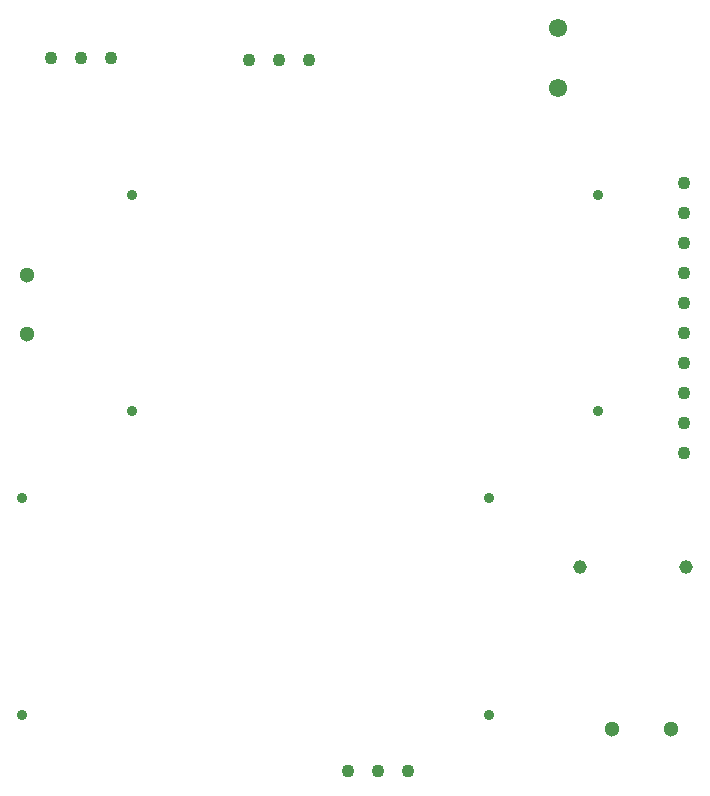
<source format=gbr>
%TF.GenerationSoftware,Altium Limited,Altium Designer,24.10.1 (45)*%
G04 Layer_Color=0*
%FSLAX45Y45*%
%MOMM*%
%TF.SameCoordinates,71300DE5-865C-4B8C-8C77-BDD09283FDBC*%
%TF.FilePolarity,Positive*%
%TF.FileFunction,Plated,1,2,PTH,Drill*%
%TF.Part,Single*%
G01*
G75*
%TA.AperFunction,ComponentDrill*%
%ADD42C,1.10000*%
%ADD43C,0.89000*%
%ADD44C,1.30000*%
%ADD45C,1.30000*%
%ADD46C,1.10000*%
%ADD47C,1.55000*%
%ADD48C,1.15000*%
D42*
X6108700Y3530600D02*
D03*
Y3784600D02*
D03*
Y4292600D02*
D03*
Y4800600D02*
D03*
Y5308600D02*
D03*
Y5054600D02*
D03*
Y4546600D02*
D03*
Y4038600D02*
D03*
Y3276600D02*
D03*
Y3022600D02*
D03*
D43*
X4457700Y800100D02*
D03*
X505460Y2633980D02*
D03*
Y800100D02*
D03*
X1432560Y5207000D02*
D03*
Y3373120D02*
D03*
X4457700Y2633980D02*
D03*
X5384800Y3373120D02*
D03*
Y5207000D02*
D03*
D44*
X6003099Y685800D02*
D03*
X5503100D02*
D03*
D45*
X546100Y4029901D02*
D03*
Y4529899D02*
D03*
D46*
X3771900Y330200D02*
D03*
X3517900D02*
D03*
X3263900D02*
D03*
X2425700Y6350000D02*
D03*
X2679700D02*
D03*
X2933700D02*
D03*
X1257300Y6362700D02*
D03*
X1003300D02*
D03*
X749300D02*
D03*
D47*
X5041900Y6108700D02*
D03*
Y6616700D02*
D03*
D48*
X6126900Y2057400D02*
D03*
X5226900D02*
D03*
%TF.MD5,952334890d4c0de7496ba1faee483582*%
M02*

</source>
